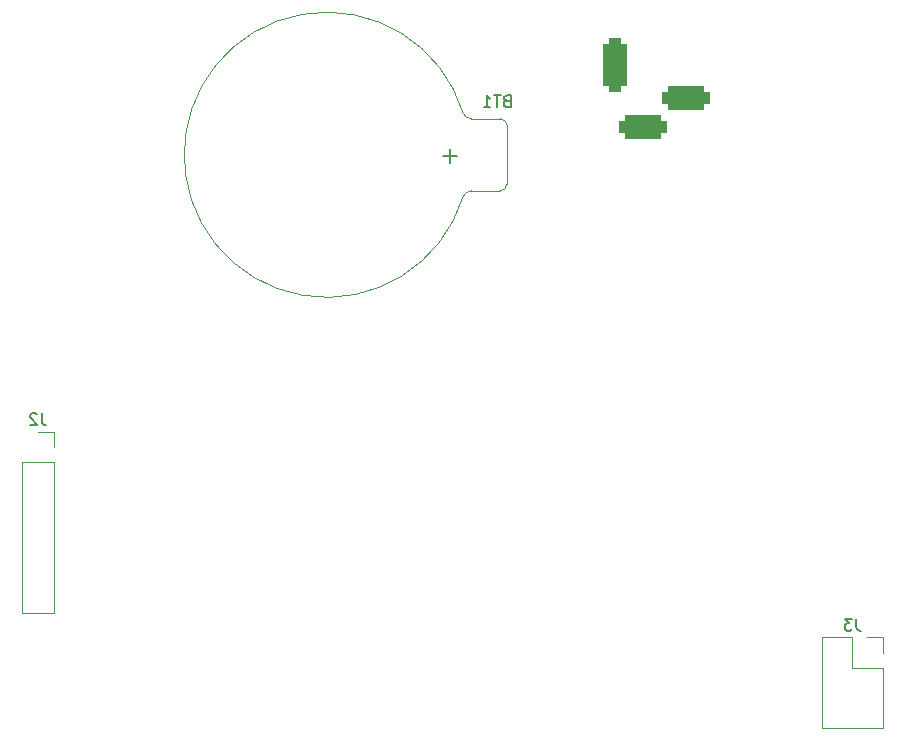
<source format=gbr>
%TF.GenerationSoftware,KiCad,Pcbnew,(6.0.5)*%
%TF.CreationDate,2022-07-22T15:05:17-04:00*%
%TF.ProjectId,circle_clock_design,63697263-6c65-45f6-936c-6f636b5f6465,rev?*%
%TF.SameCoordinates,PX56cacc8PY97b5f08*%
%TF.FileFunction,Legend,Bot*%
%TF.FilePolarity,Positive*%
%FSLAX46Y46*%
G04 Gerber Fmt 4.6, Leading zero omitted, Abs format (unit mm)*
G04 Created by KiCad (PCBNEW (6.0.5)) date 2022-07-22 15:05:17*
%MOMM*%
%LPD*%
G01*
G04 APERTURE LIST*
G04 Aperture macros list*
%AMRoundRect*
0 Rectangle with rounded corners*
0 $1 Rounding radius*
0 $2 $3 $4 $5 $6 $7 $8 $9 X,Y pos of 4 corners*
0 Add a 4 corners polygon primitive as box body*
4,1,4,$2,$3,$4,$5,$6,$7,$8,$9,$2,$3,0*
0 Add four circle primitives for the rounded corners*
1,1,$1+$1,$2,$3*
1,1,$1+$1,$4,$5*
1,1,$1+$1,$6,$7*
1,1,$1+$1,$8,$9*
0 Add four rect primitives between the rounded corners*
20,1,$1+$1,$2,$3,$4,$5,0*
20,1,$1+$1,$4,$5,$6,$7,0*
20,1,$1+$1,$6,$7,$8,$9,0*
20,1,$1+$1,$8,$9,$2,$3,0*%
G04 Aperture macros list end*
%ADD10C,0.150000*%
%ADD11C,0.120000*%
%ADD12C,3.200000*%
%ADD13C,2.000000*%
%ADD14R,1.600000X1.600000*%
%ADD15O,1.600000X1.600000*%
%ADD16RoundRect,0.500000X0.500000X-1.750000X0.500000X1.750000X-0.500000X1.750000X-0.500000X-1.750000X0*%
%ADD17RoundRect,0.500000X-1.500000X-0.500000X1.500000X-0.500000X1.500000X0.500000X-1.500000X0.500000X0*%
%ADD18R,1.400000X1.400000*%
%ADD19C,1.400000*%
%ADD20R,1.700000X1.700000*%
%ADD21O,1.700000X1.700000*%
%ADD22R,3.000000X3.000000*%
%ADD23C,3.000000*%
G04 APERTURE END LIST*
D10*
%TO.C,J3*%
X84331133Y53753820D02*
X84331133Y53039534D01*
X84378752Y52896677D01*
X84473990Y52801439D01*
X84616847Y52753820D01*
X84712085Y52753820D01*
X83950180Y53753820D02*
X83331133Y53753820D01*
X83664466Y53372867D01*
X83521609Y53372867D01*
X83426371Y53325248D01*
X83378752Y53277629D01*
X83331133Y53182391D01*
X83331133Y52944296D01*
X83378752Y52849058D01*
X83426371Y52801439D01*
X83521609Y52753820D01*
X83807323Y52753820D01*
X83902561Y52801439D01*
X83950180Y52849058D01*
%TO.C,BT1*%
X54721200Y97611612D02*
X54578343Y97563993D01*
X54530724Y97516374D01*
X54483105Y97421136D01*
X54483105Y97278279D01*
X54530724Y97183041D01*
X54578343Y97135422D01*
X54673581Y97087803D01*
X55054533Y97087803D01*
X55054533Y98087803D01*
X54721200Y98087803D01*
X54625962Y98040183D01*
X54578343Y97992564D01*
X54530724Y97897326D01*
X54530724Y97802088D01*
X54578343Y97706850D01*
X54625962Y97659231D01*
X54721200Y97611612D01*
X55054533Y97611612D01*
X54197390Y98087803D02*
X53625962Y98087803D01*
X53911676Y97087803D02*
X53911676Y98087803D01*
X52768819Y97087803D02*
X53340247Y97087803D01*
X53054533Y97087803D02*
X53054533Y98087803D01*
X53149771Y97944945D01*
X53245009Y97849707D01*
X53340247Y97802088D01*
X50506914Y92933041D02*
X49364057Y92933041D01*
X49935486Y92361612D02*
X49935486Y93504469D01*
%TO.C,J2*%
X15370133Y71152820D02*
X15370133Y70438534D01*
X15417752Y70295677D01*
X15512990Y70200439D01*
X15655847Y70152820D01*
X15751085Y70152820D01*
X14941561Y71057581D02*
X14893942Y71105200D01*
X14798704Y71152820D01*
X14560609Y71152820D01*
X14465371Y71105200D01*
X14417752Y71057581D01*
X14370133Y70962343D01*
X14370133Y70867105D01*
X14417752Y70724248D01*
X14989180Y70152820D01*
X14370133Y70152820D01*
D11*
%TO.C,J3*%
X86597800Y49606200D02*
X83997800Y49606200D01*
X86597800Y50876200D02*
X86597800Y52206200D01*
X86597800Y44466200D02*
X81397800Y44466200D01*
X81397800Y52206200D02*
X81397800Y44466200D01*
X86597800Y49606200D02*
X86597800Y44466200D01*
X86597800Y52206200D02*
X85267800Y52206200D01*
X83997800Y49606200D02*
X83997800Y52206200D01*
X83997800Y52206200D02*
X81397800Y52206200D01*
%TO.C,BT1*%
X54735486Y95540183D02*
X54735486Y90540183D01*
X51735486Y96090183D02*
X54185486Y96090183D01*
X54185486Y89990183D02*
X51735486Y89990183D01*
X51735486Y89990183D02*
G75*
G03*
X51030717Y89496698I0J-750000D01*
G01*
X54735486Y95540183D02*
G75*
G03*
X54185486Y96090183I-549999J1D01*
G01*
X51035486Y96560183D02*
G75*
G03*
X27422043Y92524192I-11550000J-3520000D01*
G01*
X51030717Y96583668D02*
G75*
G03*
X51735486Y96090183I704769J256515D01*
G01*
X54185486Y89990183D02*
G75*
G03*
X54735486Y90540183I1J549999D01*
G01*
X27422043Y93556174D02*
G75*
G03*
X51035486Y89520183I12063443J-515991D01*
G01*
%TO.C,J2*%
X13706800Y67005200D02*
X13706800Y54245200D01*
X16366800Y54245200D02*
X13706800Y54245200D01*
X16366800Y67005200D02*
X13706800Y67005200D01*
X16366800Y67005200D02*
X16366800Y54245200D01*
X16366800Y69605200D02*
X15036800Y69605200D01*
X16366800Y68275200D02*
X16366800Y69605200D01*
%TD*%
%LPC*%
D12*
%TO.C,H4*%
X4491800Y59080200D03*
%TD*%
D13*
%TO.C,TP14*%
X64389000Y28930600D03*
%TD*%
%TO.C,TP36*%
X92608400Y21310600D03*
%TD*%
D14*
%TO.C,U4*%
X80695800Y93792200D03*
D15*
X80695800Y91252200D03*
X80695800Y88712200D03*
X80695800Y86172200D03*
X88315800Y86172200D03*
X88315800Y88712200D03*
X88315800Y91252200D03*
X88315800Y93792200D03*
%TD*%
D14*
%TO.C,U3*%
X42351800Y40980200D03*
D15*
X44891800Y40980200D03*
X47431800Y40980200D03*
X49971800Y40980200D03*
X52511800Y40980200D03*
X55051800Y40980200D03*
X57591800Y40980200D03*
X60131800Y40980200D03*
X62671800Y40980200D03*
X65211800Y40980200D03*
X67751800Y40980200D03*
X70291800Y40980200D03*
X72831800Y40980200D03*
X75371800Y40980200D03*
X75371800Y48600200D03*
X72831800Y48600200D03*
X70291800Y48600200D03*
X67751800Y48600200D03*
X65211800Y48600200D03*
X62671800Y48600200D03*
X60131800Y48600200D03*
X57591800Y48600200D03*
X55051800Y48600200D03*
X52511800Y48600200D03*
X49971800Y48600200D03*
X47431800Y48600200D03*
X44891800Y48600200D03*
X42351800Y48600200D03*
%TD*%
D13*
%TO.C,TP15*%
X100990400Y37236400D03*
%TD*%
%TO.C,TP21*%
X27330400Y42341800D03*
%TD*%
%TO.C,TP20*%
X31369000Y49555400D03*
%TD*%
%TO.C,TP10*%
X43637200Y13208000D03*
%TD*%
%TO.C,TP8*%
X45974000Y27940000D03*
%TD*%
D12*
%TO.C,H2*%
X113491800Y59080200D03*
%TD*%
%TO.C,H3*%
X58991800Y4580200D03*
%TD*%
D16*
%TO.C,J1*%
X63931800Y100660200D03*
D17*
X66231800Y95360200D03*
X69931800Y97860200D03*
%TD*%
D13*
%TO.C,TP2*%
X106172000Y57531000D03*
%TD*%
D12*
%TO.C,H1*%
X58991800Y113580200D03*
%TD*%
D13*
%TO.C,TP6*%
X87045800Y98069400D03*
%TD*%
%TO.C,TP24*%
X52832000Y103454200D03*
%TD*%
%TO.C,TP34*%
X30734000Y71882000D03*
%TD*%
D18*
%TO.C,DS1*%
X51231800Y60020200D03*
D19*
X53771800Y60020200D03*
X56311800Y60020200D03*
X58851800Y60020200D03*
X61391800Y60020200D03*
X63931800Y60020200D03*
X66471800Y60020200D03*
X66471800Y75260200D03*
X63931800Y75260200D03*
X61391800Y75260200D03*
X58851800Y75260200D03*
X56311800Y75260200D03*
X53771800Y75260200D03*
X51231800Y75260200D03*
%TD*%
D13*
%TO.C,TP5*%
X59486800Y104597200D03*
%TD*%
D14*
%TO.C,U1*%
X99999800Y50617200D03*
D15*
X99999800Y53157200D03*
X99999800Y55697200D03*
X99999800Y58237200D03*
X99999800Y60777200D03*
X99999800Y63317200D03*
X99999800Y65857200D03*
X99999800Y68397200D03*
X99999800Y70937200D03*
X99999800Y73477200D03*
X99999800Y76017200D03*
X99999800Y78557200D03*
X92379800Y78557200D03*
X92379800Y76017200D03*
X92379800Y73477200D03*
X92379800Y70937200D03*
X92379800Y68397200D03*
X92379800Y65857200D03*
X92379800Y63317200D03*
X92379800Y60777200D03*
X92379800Y58237200D03*
X92379800Y55697200D03*
X92379800Y53157200D03*
X92379800Y50617200D03*
%TD*%
D13*
%TO.C,TP25*%
X50063400Y55651400D03*
%TD*%
%TO.C,TP33*%
X46228000Y80060800D03*
%TD*%
D20*
%TO.C,J3*%
X85267800Y50876200D03*
D21*
X82727800Y50876200D03*
X85267800Y48336200D03*
X82727800Y48336200D03*
X85267800Y45796200D03*
X82727800Y45796200D03*
%TD*%
D22*
%TO.C,BT1*%
X52685486Y93040183D03*
D23*
X32195486Y93040183D03*
%TD*%
D20*
%TO.C,J2*%
X15036800Y68275200D03*
D21*
X15036800Y65735200D03*
X15036800Y63195200D03*
X15036800Y60655200D03*
X15036800Y58115200D03*
X15036800Y55575200D03*
%TD*%
M02*

</source>
